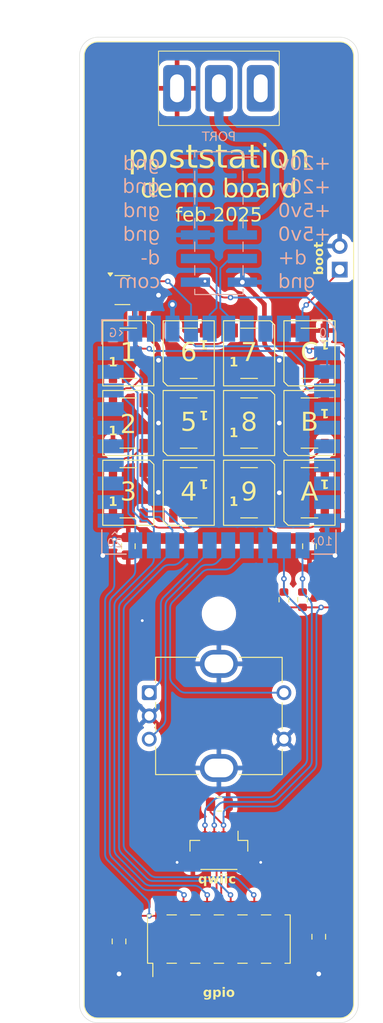
<source format=kicad_pcb>
(kicad_pcb (version 20240108) (generator "pcbnew") (generator_version "8.0")
  (layers (0 "F.Cu" signal) (31 "B.Cu" signal) (34 "B.Paste" user) (35 "F.Paste" user) (36 "B.SilkS" user "B.Silkscreen") (37 "F.SilkS" user "F.Silkscreen") (38 "B.Mask" user) (39 "F.Mask" user) (44 "Edge.Cuts" user))
  (net 0 "")
  (net 2 "VBUS")
  (net 3 "GND")
  (net 4 "/DP")
  (net 5 "/COMMON")
  (net 6 "+5V")
  (net 8 "/DN")
  (net 9 "+3.3V")
  (net 10 "/+5v0-switched")
  (net 11 "/G03")
  (net 12 "Net-(D1-DOUT)")
  (net 13 "/smartled-5v")
  (net 14 "/G07")
  (net 15 "Net-(D2-DOUT)")
  (net 16 "Net-(D3-DOUT)")
  (net 17 "/G26")
  (net 18 "/G29")
  (net 19 "/G22")
  (net 20 "/G20")
  (net 21 "/G27")
  (net 22 "/G28")
  (net 23 "/SWDIO")
  (net 24 "/BOOTSEL")
  (net 25 "/nRESET")
  (net 26 "/SWCLK")
  (net 27 "/G23")
  (net 28 "/G25")
  (net 29 "/G24")
  (net 30 "Net-(D4-DOUT)")
  (net 31 "Net-(D5-DOUT)")
  (net 32 "Net-(D6-DOUT)")
  (net 33 "Net-(D7-DOUT)")
  (net 34 "Net-(D8-DOUT)")
  (net 35 "Net-(D10-DIN)")
  (net 36 "Net-(D10-DOUT)")
  (net 37 "Net-(D11-DOUT)")
  (net 39 "/SDA")
  (net 40 "/SCL")
  (net 41 "/smartled-3v")
  (net 42 "/rotary-a")
  (net 43 "/rotary-switch")
  (net 44 "/rotary-b")
  (footprint "Resistor_SMD:R_0603_1608Metric" (layer "F.Cu") (at 142 111.5 90)
    (property "Reference" "R2" (hide yes))
    (property "Value" "10k")
  )
  (footprint "LED_SMD:LED_WS2812B_PLCC4_5.0x5.0mm_P3.2mm" (layer "F.Cu") (at 138.25 92.5 90)
    (property "Reference" "D8" (hide yes))
    (property "Value" "WS2812B")
  )
  (footprint "MountingHole:MountingHole_3.2mm_M3" (layer "F.Cu") (at 135 113)
    (property "Reference" "H1" (hide yes))
    (property "Value" "MountingHole")
  )
  (footprint "Resistor_SMD:R_0603_1608Metric" (layer "F.Cu") (at 144 111.5 90)
    (property "Reference" "R1" (hide yes))
    (property "Value" "10k")
  )
  (footprint "Capacitor_SMD:C_0805_2012Metric" (layer "F.Cu") (at 144.75 105.75 -90)
    (property "Reference" "C1" (hide yes))
    (property "Value" "C")
  )
  (footprint "LED_SMD:LED_WS2812B_PLCC4_5.0x5.0mm_P3.2mm" (layer "F.Cu") (at 125.25 100 90)
    (property "Reference" "D3" (hide yes))
    (property "Value" "WS2812B")
  )
  (footprint "LED_SMD:LED_WS2812B_PLCC4_5.0x5.0mm_P3.2mm" (layer "F.Cu") (at 138.25 85 90)
    (property "Reference" "D7" (hide yes))
    (property "Value" "WS2812B")
  )
  (footprint "Connector_PinHeader_2.54mm:PinHeader_1x02_P2.54mm_Vertical" (layer "F.Cu") (at 148 76 180)
    (property "Reference" "J5" (hide yes))
    (property "Value" "Conn_01x02")
  )
  (footprint "Rotary_Encoder:RotaryEncoder_Bourns_Vertical_PEC12R-3x17F-Sxxxx" (layer "F.Cu") (at 127.5 121.5)
    (property "Reference" "SW1" (hide yes))
    (property "Value" "RotaryEncoder_Switch")
  )
  (footprint "LED_SMD:LED_WS2812B_PLCC4_5.0x5.0mm_P3.2mm" (layer "F.Cu") (at 144.75 85 -90)
    (property "Reference" "D12" (hide yes))
    (property "Value" "WS2812B")
  )
  (footprint "Capacitor_SMD:C_0805_2012Metric" (layer "F.Cu") (at 125.25 105.75 -90)
    (property "Reference" "C4" (hide yes))
    (property "Value" "C")
  )
  (footprint "Capacitor_SMD:C_0805_2012Metric" (layer "F.Cu") (at 145.75 147.75 90)
    (property "Reference" "C3" (hide yes))
    (property "Value" "C")
  )
  (footprint "LED_SMD:LED_WS2812B_PLCC4_5.0x5.0mm_P3.2mm" (layer "F.Cu") (at 125.25 92.5 90)
    (property "Reference" "D2" (hide yes))
    (property "Value" "WS2812B")
  )
  (footprint "Capacitor_SMD:C_0805_2012Metric" (layer "F.Cu") (at 124.25 148.25 -90)
    (property "Reference" "C2" (hide yes))
    (property "Value" "C")
  )
  (footprint "Connector_JST:JST_SH_BM04B-SRSS-TB_1x04-1MP_P1.00mm_Vertical" (layer "F.Cu") (at 135 138.5 180)
    (property "Reference" "J2" (hide yes))
    (property "Value" "Conn_01x04_MountingPin")
  )
  (footprint "LED_SMD:LED_WS2812B_PLCC4_5.0x5.0mm_P3.2mm" (layer "F.Cu") (at 131.75 92.5 -90)
    (property "Reference" "D5" (hide yes))
    (property "Value" "WS2812B")
  )
  (footprint "demo-card:panel-switch" (layer "F.Cu") (at 135 56.5)
    (property "Reference" "J4" (hide yes))
    (property "Value" "Conn_01x03")
  )
  (footprint "Capacitor_SMD:C_0805_2012Metric" (layer "F.Cu") (at 135.05 133.5)
    (property "Reference" "C5" (hide yes))
    (property "Value" "C")
  )
  (footprint "LED_SMD:LED_WS2812B_PLCC4_5.0x5.0mm_P3.2mm" (layer "F.Cu") (at 131.75 85 -90)
    (property "Reference" "D6" (hide yes))
    (property "Value" "WS2812B")
  )
  (footprint "LED_SMD:LED_WS2812B_PLCC4_5.0x5.0mm_P3.2mm" (layer "F.Cu") (at 144.75 92.5 -90)
    (property "Reference" "D11" (hide yes))
    (property "Value" "WS2812B")
  )
  (footprint "LED_SMD:LED_WS2812B_PLCC4_5.0x5.0mm_P3.2mm" (layer "F.Cu") (at 144.75 100 -90)
    (property "Reference" "D10" (hide yes))
    (property "Value" "WS2812B")
  )
  (footprint "Connector_PinHeader_2.54mm:PinHeader_2x06_P2.54mm_Vertical_SMD" (layer "F.Cu") (at 135 148 90)
    (property "Reference" "J3" (hide yes))
    (property "Value" "Conn_02x06_Odd_Even")
  )
  (footprint "LED_SMD:LED_WS2812B_PLCC4_5.0x5.0mm_P3.2mm" (layer "F.Cu") (at 138.25 100 90)
    (property "Reference" "D9" (hide yes))
    (property "Value" "WS2812B")
  )
  (footprint "LED_SMD:LED_WS2812B_PLCC4_5.0x5.0mm_P3.2mm" (layer "F.Cu") (at 125.25 85 90)
    (property "Reference" "D1" (hide yes))
    (property "Value" "WS2812B")
  )
  (footprint "LED_SMD:LED_WS2812B_PLCC4_5.0x5.0mm_P3.2mm" (layer "F.Cu") (at 131.75 100 -90)
    (property "Reference" "D4" (hide yes))
    (property "Value" "WS2812B")
  )
  (footprint "Package_TO_SOT_SMD:SOT-23-6" (layer "F.Cu") (at 124.6125 78.2)
    (property "Reference" "U2" (hide yes))
    (property "Value" "SN74LVC1T45DBV")
  )
  (footprint "RP2xxx_Stamp:RP2xxx_Stamp_SMD" (layer "B.Cu") (at 135 94 180)
    (property "Reference" "U1" (hide yes))
    (property "Value" "RP2040_Stamp")
  )
  (footprint "Connector_PinHeader_2.54mm:PinHeader_2x06_P2.54mm_Vertical_SMD" (layer "B.Cu") (at 135 71 180)
    (property "Reference" "J1" (hide yes))
    (property "Value" "Conn_02x06_Odd_Even")
  )
  (gr_line (start 148 156.5) (end 122 156.5) (stroke (width 0.1)) (layer "F.SilkS"))
  (gr_arc (start 120.5 53) (mid 120.93934 51.93934) (end 122 51.5) (stroke (width 0.1)) (layer "F.SilkS"))
  (gr_arc (start 148 51.5) (mid 149.06066 51.93934) (end 149.5 53) (stroke (width 0.1)) (layer "F.SilkS"))
  (gr_line (start 149.5 155) (end 149.5 53) (stroke (width 0.1)) (layer "F.SilkS"))
  (gr_line (start 122 51.5) (end 148 51.5) (stroke (width 0.1)) (layer "F.SilkS"))
  (gr_line (start 120.5 155) (end 120.5 53) (stroke (width 0.1)) (layer "F.SilkS"))
  (gr_arc (start 149.5 155) (mid 149.06066 156.06066) (end 148 156.5) (stroke (width 0.1)) (layer "F.SilkS"))
  (gr_arc (start 122 156.5) (mid 120.93934 156.06066) (end 120.5 155) (stroke (width 0.1)) (layer "F.SilkS"))
  (gr_arc (start 120 53) (mid 120.585786 51.585786) (end 122 51) (stroke (width 0.05)) (layer "Edge.Cuts"))
  (gr_arc (start 148 51) (mid 149.414214 51.585786) (end 150 53) (stroke (width 0.05)) (layer "Edge.Cuts"))
  (gr_line (start 120 155) (end 120 53) (stroke (width 0.05)) (layer "Edge.Cuts"))
  (gr_line (start 150 53) (end 150 155) (stroke (width 0.05)) (layer "Edge.Cuts"))
  (gr_line (start 148 157) (end 122 157) (stroke (width 0.05)) (layer "Edge.Cuts"))
  (gr_line (start 122 51) (end 148 51) (stroke (width 0.05)) (layer "Edge.Cuts"))
  (gr_arc (start 122 157) (mid 120.585786 156.414214) (end 120 155) (stroke (width 0.05)) (layer "Edge.Cuts"))
  (gr_arc (start 150 155) (mid 149.414214 156.414214) (end 148 157) (stroke (width 0.05)) (layer "Edge.Cuts"))
  (gr_text "gnd" (at 141.365 77.35 0) (layer "B.SilkS") (effects (font (size 1.5 1.5) (thickness 0.1)) (justify right mirror)))
  (gr_text "+5v0" (at 141.365 69.73 0) (layer "B.SilkS") (effects (font (size 1.5 1.5) (thickness 0.1)) (justify right mirror)))
  (gr_text "+20v" (at 141.365 64.65 0) (layer "B.SilkS") (effects (font (size 1.5 1.5) (thickness 0.1)) (justify right mirror)))
  (gr_text "d+" (at 141.365 74.81 0) (layer "B.SilkS") (effects (font (size 1.5 1.5) (thickness 0.1)) (justify right mirror)))
  (gr_text "gnd" (at 128.665 64.65 0) (layer "B.SilkS") (effects (font (size 1.5 1.5) (thickness 0.1)) (justify left mirror)))
  (gr_text "PORT" (at 135 61.75 0) (layer "B.SilkS") (effects (font (size 1 1) (thickness 0.1)) (justify mirror)))
  (gr_text "+20v" (at 141.365 67.19 0) (layer "B.SilkS") (effects (font (size 1.5 1.5) (thickness 0.1)) (justify right mirror)))
  (gr_text "gnd" (at 128.617565 67.123347 0) (layer "B.SilkS") (effects (font (size 1.5 1.5) (thickness 0.1)) (justify left mirror)))
  (gr_text "d-" (at 128.665 74.81 0) (layer "B.SilkS") (effects (font (size 1.5 1.5) (thickness 0.1)) (justify left mirror)))
  (gr_text "+5v0" (at 141.365 72.27 0) (layer "B.SilkS") (effects (font (size 1.5 1.5) (thickness 0.1)) (justify right mirror)))
  (gr_text "com" (at 128.665 77.35 0) (layer "B.SilkS") (effects (font (size 1.5 1.5) (thickness 0.1)) (justify left mirror)))
  (gr_text "gnd" (at 128.665 72.27 0) (layer "B.SilkS") (effects (font (size 1.5 1.5) (thickness 0.1)) (justify left mirror)))
  (gr_text "gnd" (at 128.665 69.73 0) (layer "B.SilkS") (effects (font (size 1.5 1.5) (thickness 0.1)) (justify left mirror)))
  (gr_text "1" (at 146.4 91.4 180) (layer "F.SilkS") (effects (font (size 1 1) (thickness 0.25) (bold yes))))
  (gr_text "9" (at 138.25 100 0) (layer "F.SilkS") (effects (font (size 2 2) (thickness 0.1))))
  (gr_text "1" (at 133.4 84 180) (layer "F.SilkS") (effects (font (size 1 1) (thickness 0.25) (bold yes))))
  (gr_text "demo board" (at 135 67.4 0) (layer "F.SilkS") (effects (font (size 2 2) (thickness 0.1))))
  (gr_text "C" (at 144.75 85 0) (layer "F.SilkS") (effects (font (size 2 2) (thickness 0.1))))
  (gr_text "1" (at 136.6 86 0) (layer "F.SilkS") (effects (font (size 1 1) (thickness 0.25) (bold yes))))
  (gr_text "gpio" (at 135 153.8 0) (layer "F.SilkS") (effects (font (size 1 1) (thickness 0.25) (bold yes))))
  (gr_text "A" (at 144.75 100 0) (layer "F.SilkS") (effects (font (size 2 2) (thickness 0.1))))
  (gr_text "1" (at 125.25 85 0) (layer "F.SilkS") (effects (font (size 2 2) (thickness 0.1))))
  (gr_text "8" (at 138.25 92.5 0) (layer "F.SilkS") (effects (font (size 2 2) (thickness 0.1))))
  (gr_text "5" (at 131.75 92.5 0) (layer "F.SilkS") (effects (font (size 2 2) (thickness 0.1))))
  (gr_text "1" (at 136.6 101 0) (layer "F.SilkS") (effects (font (size 1 1) (thickness 0.25) (bold yes))))
  (gr_text "4" (at 131.75 100 0) (layer "F.SilkS") (effects (font (size 2 2) (thickness 0.1))))
  (gr_text "feb 2025" (at 135 70.2 0) (layer "F.SilkS") (effects (font (size 1.5 1.5) (thickness 0.1))))
  (gr_text "B" (at 144.75 92.5 0) (layer "F.SilkS") (effects (font (size 2 2) (thickness 0.1))))
  (gr_text "7" (at 138.25 85 0) (layer "F.SilkS") (effects (font (size 2 2) (thickness 0.1))))
  (gr_text "1" (at 146.4 84 180) (layer "F.SilkS") (effects (font (size 1 1) (thickness 0.25) (bold yes))))
  (gr_text "1" (at 133.4 91.6 180) (layer "F.SilkS") (effects (font (size 1 1) (thickness 0.25) (bold yes))))
  (gr_text "poststation" (at 135 64 0) (layer "F.SilkS") (effects (font (size 2.5 2.5) (thickness 0.1))))
  (gr_text "1" (at 146.4 99 180) (layer "F.SilkS") (effects (font (size 1 1) (thickness 0.25) (bold yes))))
  (gr_text "qwiic" (at 134.8 141.6 0) (layer "F.SilkS") (effects (font (size 1 1) (thickness 0.25) (bold yes))))
  (gr_text "3" (at 125.25 100 0) (layer "F.SilkS") (effects (font (size 2 2) (thickness 0.1))))
  (gr_text "boot" (at 145.8 74.8 90) (layer "F.SilkS") (effects (font (size 1 1) (thickness 0.25) (bold yes))))
  (gr_text "1" (at 123.6 101 0) (layer "F.SilkS") (effects (font (size 1 1) (thickness 0.25) (bold yes))))
  (gr_text "1" (at 136.6 93.6 0) (layer "F.SilkS") (effects (font (size 1 1) (thickness 0.25) (bold yes))))
  (gr_text "1" (at 133.4 99 180) (layer "F.SilkS") (effects (font (size 1 1) (thickness 0.25) (bold yes))))
  (gr_text "6" (at 131.75 85 0) (layer "F.SilkS") (effects (font (size 2 2) (thickness 0.1))))
  (gr_text "2" (at 125.25 92.75 0) (layer "F.SilkS") (effects (font (size 2 2) (thickness 0.1))))
  (gr_text "1" (at 123.6 86 0) (layer "F.SilkS") (effects (font (size 1 1) (thickness 0.25) (bold yes))))
  (gr_text "1" (at 123.6 93.4 0) (layer "F.SilkS") (effects (font (size 1 1) (thickness 0.25) (bold yes))))
  (segment (start 137.525 64.65) (end 137.525 67.19) (width 0.2) (layer "B.Cu") (net 2))
  (segment (start 128.5 85.75) (end 130.1 87.35) (width 0.5) (layer "F.Cu") (net 3))
  (segment (start 143.1 87.35) (end 143.1 87.45) (width 0.5) (layer "F.Cu") (net 3))
  (segment (start 139.9 98.4) (end 141.5 100) (width 0.5) (layer "F.Cu") (net 3))
  (segment (start 139.9 97.55) (end 139.9 98.4) (width 0.5) (layer "F.Cu") (net 3))
  (segment (start 130.1 94.95) (end 130.1 94.1) (width 0.5) (layer "F.Cu") (net 3))
  (segment (start 123.475 78.2) (end 125.75 78.2) (width 0.2) (layer "F.Cu") (net 3))
  (segment (start 126.9 98.362748) (end 128.494269 99.957017) (width 0.5) (layer "F.Cu") (net 3))
  (segment (start 125.75 78.2) (end 127.95 78.2) (width 0.2) (layer "F.Cu") (net 3))
  (segment (start 126.9 97.55) (end 126.9 98.362748) (width 0.5) (layer "F.Cu") (net 3))
  (segment (start 128.207107 83.957107) (end 126.9 82.65) (width 0.5) (layer "F.Cu") (net 3))
  (segment (start 126.9 90.05) (end 126.9 90.9) (width 0.5) (layer "F.Cu") (net 3))
  (segment (start 143.1 101.6) (end 141.5 100) (width 0.5) (layer "F.Cu") (net 3))
  (segment (start 126.9 90.9) (end 128.5 92.5) (width 0.5) (layer "F.Cu") (net 3))
  (segment (start 143.1 94.1) (end 141.5 92.5) (width 0.5) (layer "F.Cu") (net 3))
  (segment (start 127.192893 80.057107) (end 128.5 78.75) (width 0.5) (layer "F.Cu") (net 3))
  (segment (start 139.9 79.725) (end 137.525 77.35) (width 0.5) (layer "F.Cu") (net 3))
  (segment (start 139.9 90.9) (end 141.5 92.5) (width 0.5) (layer "F.Cu") (net 3))
  (segment (start 126.9 82.65) (end 126.9 82.55) (width 0.5) (layer "F.Cu") (net 3))
  (segment (start 130.1 94.1) (end 128.5 92.5) (width 0.5) (layer "F.Cu") (net 3))
  (segment (start 141.5 85.75) (end 143.1 87.35) (width 0.5) (layer "F.Cu") (net 3))
  (segment (start 143.1 94.95) (end 143.1 94.1) (width 0.5) (layer "F.Cu") (net 3))
  (segment (start 126.9 82.55) (end 126.9 80.764214) (width 0.5) (layer "F.Cu") (net 3))
  (segment (start 141.5 85.75) (end 140.192893 84.442893) (width 0.5) (layer "F.Cu") (net 3))
  (segment (start 139.9 82.55) (end 139.9 79.725) (width 0.5) (layer "F.Cu") (net 3))
  (segment (start 139.9 83.735786) (end 139.9 82.55) (width 0.5) (layer "F.Cu") (net 3))
  (segment (start 128.5 85.75) (end 128.5 84.664214) (width 0.5) (layer "F.Cu") (net 3))
  (segment (start 130.1 101.562748) (end 128.494269 99.957017) (width 0.5) (layer "F.Cu") (net 3))
  (segment (start 139.9 90.05) (end 139.9 90.9) (width 0.5) (layer "F.Cu") (net 3))
  (segment (start 143.1 102.45) (end 143.1 101.6) (width 0.5) (layer "F.Cu") (net 3))
  (segment (start 130.1 102.45) (end 130.1 101.562748) (width 0.5) (layer "F.Cu") (net 3))
  (segment (start 130.1 87.35) (end 130.1 87.45) (width 0.5) (layer "F.Cu") (net 3))
  (segment (start 127.95 78.2) (end 128.5 78.75) (width 0.2) (layer "F.Cu") (net 3))
  (via (at 147.5 106.75) (size 1) (drill 0.5) (layers "F.Cu" "B.Cu") (net 3))
  (via (at 141.5 92.5) (size 1) (drill 0.5) (layers "F.Cu" "B.Cu") (net 3))
  (via (at 128.5 78.75) (size 1) (drill 0.5) (layers "F.Cu" "B.Cu") (net 3))
  (via (at 141.5 85.75) (size 1) (drill 0.5) (layers "F.Cu" "B.Cu") (net 3))
  (via (at 128.5 92.5) (size 1) (drill 0.5) (layers "F.Cu" "B.Cu") (net 3))
  (via (at 122.5 106.75) (size 1) (drill 0.5) (layers "F.Cu" "B.Cu") (net 3))
  (via (at 128.494269 99.957017) (size 1) (drill 0.5) (layers "F.Cu" "B.Cu") (net 3))
  (via (at 130.5 139.75) (size 0.6) (drill 0.3) (layers "F.Cu" "B.Cu") (net 3))
  (via (at 137.525 77.35) (size 1) (drill 0.5) (layers "F.Cu" "B.Cu") (net 3))
  (via (at 128.5 85.75) (size 1) (drill 0.5) (layers "F.Cu" "B.Cu") (net 3))
  (via (at 145.75 151.75) (size 1) (drill 0.5) (layers "F.Cu" "B.Cu") (net 3))
  (via (at 141.5 100) (size 1) (drill 0.5) (layers "F.Cu" "B.Cu") (net 3))
  (via (at 126.75 113.75) (size 0.6) (drill 0.3) (layers "F.Cu" "B.Cu") (net 3))
  (via (at 124.25 151.75) (size 1) (drill 0.5) (layers "F.Cu" "B.Cu") (net 3))
  (via (at 139.5 139.75) (size 0.6) (drill 0.3) (layers "F.Cu" "B.Cu") (net 3))
  (arc (start 126.9 80.764214) (mid 126.97612 80.381531) (end 127.192893 80.057107) (width 0.5) (layer "F.Cu") (net 3))
  (arc (start 128.207107 83.957107) (mid 128.42388 84.28153) (end 128.5 84.664214) (width 0.5) (layer "F.Cu") (net 3))
  (arc (start 139.9 83.735786) (mid 139.97612 84.118469) (end 140.192893 84.442893) (width 0.5) (layer "F.Cu") (net 3))
  (segment (start 136.19 74.81) (end 135.15 75.85) (width 0.2) (layer "B.Cu") (net 4))
  (segment (start 136 81) (end 136 82.35) (width 0.2) (layer "B.Cu") (net 4))
  (segment (start 135.15 80.15) (end 136 81) (width 0.2) (layer "B.Cu") (net 4))
  (segment (start 135.15 75.85) (end 135.15 80.15) (width 0.2) (layer "B.Cu") (net 4))
  (segment (start 137.525 74.81) (end 136.19 74.81) (width 0.2) (layer "B.Cu") (net 4))
  (segment (start 135.664214 79) (end 136.25 79) (width 0.2) (layer "F.Cu") (net 5))
  (segment (start 133.5 77.25) (end 134.957107 78.707107) (width 0.2) (layer "F.Cu") (net 5))
  (via (at 133.5 77.25) (size 0.6) (drill 0.3) (layers "F.Cu" "B.Cu") (net 5))
  (via (at 136.25 79) (size 0.6) (drill 0.3) (layers "F.Cu" "B.Cu") (net 5))
  (arc (start 135.664214 79) (mid 135.281531 78.92388) (end 134.957107 78.707107) (width 0.2) (layer "F.Cu") (net 5))
  (segment (start 144.5 79) (end 146.65 81.15) (width 0.2) (layer "B.Cu") (net 5))
  (segment (start 133.4 77.35) (end 133.5 77.25) (width 0.2) (layer "B.Cu") (net 5))
  (segment (start 136.25 79) (end 144.5 79) (width 0.2) (layer "B.Cu") (net 5))
  (segment (start 132.475 77.35) (end 133.4 77.35) (width 0.2) (layer "B.Cu") (net 5))
  (segment (start 146.65 81.15) (end 146.65 85) (width 0.2) (layer "B.Cu") (net 5))
  (segment (start 146.65 85) (end 146.65 87) (width 0.2) (layer "B.Cu") (net 5))
  (segment (start 139.812893 69.437107) (end 140.707107 68.542893) (width 1) (layer "B.Cu") (net 6))
  (segment (start 137.525 72.27) (end 137.525 69.73) (width 1) (layer "B.Cu") (net 6))
  (segment (start 140.707107 62.957107) (end 139.792893 62.042893) (width 1) (layer "B.Cu") (net 6))
  (segment (start 139.085786 61.75) (end 136.914214 61.75) (width 1) (layer "B.Cu") (net 6))
  (segment (start 141 67.835786) (end 141 63.664214) (width 1) (layer "B.Cu") (net 6))
  (segment (start 137.525 69.73) (end 139.105786 69.73) (width 1) (layer "B.Cu") (net 6))
  (segment (start 135 59.835786) (end 135 56.5) (width 1) (layer "B.Cu") (net 6))
  (segment (start 136.207107 61.457107) (end 135.292893 60.542893) (width 1) (layer "B.Cu") (net 6))
  (arc (start 139.085786 61.75) (mid 139.468469 61.82612) (end 139.792893 62.042893) (width 1) (layer "B.Cu") (net 6))
  (arc (start 141 67.835786) (mid 140.92388 68.218469) (end 140.707107 68.542893) (width 1) (layer "B.Cu") (net 6))
  (arc (start 136.914214 61.75) (mid 136.531531 61.67388) (end 136.207107 61.457107) (width 1) (layer "B.Cu") (net 6))
  (arc (start 135.292893 60.542893) (mid 135.07612 60.21847) (end 135 59.835786) (width 1) (layer "B.Cu") (net 6))
  (arc (start 141 63.664214) (mid 140.92388 63.281531) (end 140.707107 62.957107) (width 1) (layer "B.Cu") (net 6))
  (arc (start 139.105786 69.73) (mid 139.488469 69.65388) (end 139.812893 69.437107) (width 1) (layer "B.Cu") (net 6))
  (segment (start 134 80.875) (end 134.75 80.125) (width 0.2) (layer "B.Cu") (net 8))
  (segment (start 134.75 80.125) (end 134.75 75.75) (width 0.2) (layer "B.Cu") (net 8))
  (segment (start 133.81 74.81) (end 132.475 74.81) (width 0.2) (layer "B.Cu") (net 8))
  (segment (start 134.75 75.75) (end 133.81 74.81) (width 0.2) (layer "B.Cu") (net 8))
  (segment (start 134 82.35) (end 134 80.875) (width 0.2) (layer "B.Cu") (net 8))
  (segment (start 148.75 110.835786) (end 148.75 109.75) (width 0.2) (layer "F.Cu") (net 9))
  (segment (start 144 112.325) (end 147.260786 112.325) (width 0.2) (layer "F.Cu") (net 9))
  (segment (start 135.5 135.75) (end 134.1 134.35) (width 0.2) (layer "F.Cu") (net 9))
  (segment (start 129.5 77.25) (end 125.75 77.25) (width 0.2) (layer "F.Cu") (net 9))
  (segment (start 145 84.5) (end 147.335786 84.5) (width 0.2) (layer "F.Cu") (net 9))
  (segment (start 148.75 85.914214) (end 148.75 109.75) (width 0.2) (layer "F.Cu") (net 9))
  (segment (start 148.75 123) (end 148.75 109.75) (width 0.2) (layer "F.Cu") (net 9))
  (segment (start 147.967893 112.032107) (end 148.457107 111.542893) (width 0.2) (layer "F.Cu") (net 9))
  (segment (start 146 112.325) (end 144 112.325) (width 0.2) (layer "F.Cu") (net 9))
  (segment (start 148.092893 148.407107) (end 148.457107 148.042893) (width 0.2) (layer "F.Cu") (net 9))
  (segment (start 143.060786 150.525) (end 141.35 150.525) (width 0.2) (layer "F.Cu") (net 9))
  (segment (start 148.75 147.335786) (end 148.75 123) (width 0.2) (layer "F.Cu") (net 9))
  (segment (start 148.042893 84.792893) (end 148.457107 85.207107) (width 0.2) (layer "F.Cu") (net 9))
  (segment (start 145.75 148.7) (end 147.385786 148.7) (width 0.2) (layer "F.Cu") (net 9))
  (segment (start 142 112.325) (end 144 112.325) (width 0.2) (layer "F.Cu") (net 9))
  (segment (start 145.75 148.7) (end 145.3 148.7) (width 0.2) (layer "F.Cu") (net 9))
  (segment (start 145.3 148.7) (end 143.767893 150.232107) (width 0.2) (layer "F.Cu") (net 9))
  (segment (start 135.5 135.75) (end 135.5 137.175) (width 0.2) (layer "F.Cu") (net 9))
  (segment (start 144.75 84.75) (end 145 84.5) (width 0.2) (layer "F.Cu") (net 9))
  (segment (start 134.1 134.35) (end 134.1 133.5) (width 0.2) (layer "F.Cu") (net 9))
  (via (at 146 112.325) (size 0.6) (drill 0.3) (layers "F.Cu" "B.Cu") (net 9))
  (via (at 135.5 135.75) (size 0.6) (drill 0.3) (layers "F.Cu" "B.Cu") (net 9))
  (via (at 129.5 77.25) (size 0.6) (drill 0.3) (layers "F.Cu" "B.Cu") (net 9))
  (via (at 144.75 84.75) (size 0.6) (drill 0.3) (layers "F.Cu" "B.Cu") (net 9))
  (arc (start 147.335786 84.5) (mid 147.71847 84.57612) (end 148.042893 84.792893) (width 0.2) (layer "F.Cu") (net 9))
  (arc (start 148.457107 111.542893) (mid 148.67388 111.21847) (end 148.75 110.835786) (width 0.2) (layer "F.Cu") (net 9))
  (arc (start 148.75 147.335786) (mid 148.67388 147.718469) (end 148.457107 148.042893) (width 0.2) (layer "F.Cu") (net 9))
  (arc (start 147.385786 148.7) (mid 147.768469 148.62388) (end 148.092893 148.407107) (width 0.2) (layer "F.Cu") (net 9))
  (arc (start 143.767893 150.232107) (mid 143.44347 150.44888) (end 143.060786 150.525) (width 0.2) (layer "F.Cu") (net 9))
  (arc (start 147.967893 112.032107) (mid 147.64347 112.24888) (end 147.260786 112.325) (width 0.2) (layer "F.Cu") (net 9))
  (arc (start 148.457107 85.207107) (mid 148.67388 85.53153) (end 148.75 85.914214) (width 0.2) (layer "F.Cu") (net 9))
  (segment (start 132.5 84.25) (end 132 83.75) (width 0.2) (layer "B.Cu") (net 9))
  (segment (start 145.5 113.239214) (end 145.5 129.085786) (width 0.2) (layer "B.Cu") (net 9))
  (segment (start 144.25 84.25) (end 132.5 84.25) (width 0.2) (layer "B.Cu") (net 9))
  (segment (start 132 79.75) (end 131 78.75) (width 0.2) (layer "B.Cu") (net 9))
  (segment (start 132 83.75) (end 132 82.35) (width 0.2) (layer "B.Cu") (net 9))
  (segment (start 131 78.75) (end 129.5 77.25) (width 0.2) (layer "B.Cu") (net 9))
  (segment (start 140.835786 133.75) (end 136.207107 133.75) (width 0.2) (layer "B.Cu") (net 9))
  (segment (start 135.5 134.457107) (end 135.5 135.75) (width 0.2) (layer "B.Cu") (net 9))
  (segment (start 135.853553 133.896447) (end 135.646446 134.103554) (width 0.2) (layer "B.Cu") (net 9))
  (segment (start 144.75 84.75) (end 144.25 84.25) (width 0.2) (layer "B.Cu") (net 9))
  (segment (start 145.207107 129.792893) (end 141.542893 133.457107) (width 0.2) (layer "B.Cu") (net 9))
  (segment (start 132 82.35) (end 132 79.75) (width 0.2) (layer "B.Cu") (net 9))
  (segment (start 146 112.325) (end 145.792893 112.532107) (width 0.2) (layer "B.Cu") (net 9))
  (arc (start 135.5 134.457107) (mid 135.53806 134.265766) (end 135.646446 134.103554) (width 0.2) (layer "B.Cu") (net 9))
  (arc (start 145.5 129.085786) (mid 145.42388 129.468469) (end 145.207107 129.792893) (width 0.2) (layer "B.Cu") (net 9))
  (arc (start 141.542893 133.457107) (mid 141.21847 133.67388) (end 140.835786 133.75) (width 0.2) (layer "B.Cu") (net 9))
  (arc (start 135.853553 133.896447) (mid 136.015765 133.78806) (end 136.207107 133.75) (width 0.2) (layer "B.Cu") (net 9))
  (arc (start 145.792893 112.532107) (mid 145.57612 112.85653) (end 145.5 113.239214) (width 0.2) (layer "B.Cu") (net 9))
  (segment (start 128.625 145.5) (end 128.65 145.475) (width 0.2) (layer "F.Cu") (net 10))
  (segment (start 127.5 145.5) (end 126.414214 145.5) (width 0.2) (layer "F.Cu") (net 10))
  (segment (start 125.707107 145.792893) (end 124.25 147.25) (width 0.2) (layer "F.Cu") (net 10))
  (segment (start 127.5 145.5) (end 128.625 145.5) (width 0.2) (layer "F.Cu") (net 10))
  (segment (start 124.25 147.25) (end 124.25 147.3) (width 0.2) (layer "F.Cu") (net 10))
  (via (at 127.5 145.5) (size 0.6) (drill 0.3) (layers "F.Cu" "B.Cu") (net 10))
  (via (at 123.75 105) (size 0.6) (drill 0.3) (layers "F.Cu" "B.Cu") (net 10))
  (via (at 130 79.75) (size 1) (drill 0.5) (layers "F.Cu" "B.Cu") (net 10))
  (arc (start 125.707107 145.792893) (mid 126.03153 145.57612) (end 126.414214 145.5) (width 0.2) (layer "F.Cu") (net 10))
  (segment (start 130 79.75) (end 130 82.35) (width 0.5) (layer "B.Cu") (net 10))
  (segment (start 127.5 144.414214) (end 127.5 145.5) (width 0.2) (layer "B.Cu") (net 10))
  (segment (start 123.75 105) (end 123.75 109.835786) (width 0.2) (layer "B.Cu") (net 10))
  (segment (start 122.75 111.664214) (end 122.75 138.835786) (width 0.2) (layer "B.Cu") (net 10))
  (segment (start 123.042893 139.542893) (end 127.207107 143.707107) (width 0.2) (layer "B.Cu") (net 10))
  (segment (start 123.457107 110.542893) (end 123.042893 110.957107) (width 0.2) (layer "B.Cu") (net 10))
  (arc (start 123.457107 110.542893) (mid 123.67388 110.21847) (end 123.75 109.835786) (width 0.2) (layer "B.Cu") (net 10))
  (arc (start 122.75 138.835786) (mid 122.82612 139.218469) (end 123.042893 139.542893) (width 0.2) (layer "B.Cu") (net 10))
  (arc (start 122.75 111.664214) (mid 122.82612 111.281531) (end 123.042893 110.957107) (width 0.2) (layer "B.Cu") (net 10))
  (arc (start 127.5 144.414214) (mid 127.42388 144.031531) (end 127.207107 143.707107) (width 0.2) (layer "B.Cu") (net 10))
  (segment (start 125.392893 88.75) (end 125.107107 88.75) (width 0.2) (layer "F.Cu") (net 12))
  (segment (start 126.9 87.45) (end 125.746446 88.603554) (width 0.2) (layer "F.Cu") (net 12))
  (segment (start 124.753553 88.896447) (end 123.6 90.05) (width 0.2) (layer "F.Cu") (net 12))
  (arc (start 125.392893 88.75) (mid 125.584234 88.71194) (end 125.746446 88.603554) (width 0.2) (layer "F.Cu") (net 12))
  (arc (start 124.753553 88.896447) (mid 124.915765 88.78806) (end 125.107107 88.75) (width 0.2) (layer "F.Cu") (net 12))
  (segment (start 123.6 82.55) (end 123.6 79.275) (width 0.2) (layer "F.Cu") (net 13))
  (segment (start 123.6 79.275) (end 123.475 79.15) (width 0.2) (layer "F.Cu") (net 13))
  (segment (start 124.753553 96.396447) (end 123.6 97.55) (width 0.2) (layer "F.Cu") (net 15))
  (segment (start 126.9 94.95) (end 125.746446 96.103554) (width 0.2) (layer "F.Cu") (net 15))
  (segment (start 125.392893 96.25) (end 125.107107 96.25) (width 0.2) (layer "F.Cu") (net 15))
  (arc (start 124.753553 96.396447) (mid 124.915765 96.28806) (end 125.107107 96.25) (width 0.2) (layer "F.Cu") (net 15))
  (arc (start 125.392893 96.25) (mid 125.584234 96.21194) (end 125.746446 96.103554) (width 0.2) (layer "F.Cu") (net 15))
  (segment (start 126.9 102.45) (end 127.907107 103.457107) (width 0.2) (layer "F.Cu") (net 16))
  (segment (start 132.392893 103.457107) (end 133.4 102.45) (width 0.2) (layer "F.Cu") (net 16))
  (segment (start 128.614214 103.75) (end 131.685786 103.75) (width 0.2) (layer "F.Cu") (net 16))
  (arc (start 128.614214 103.75) (mid 128.231531 103.67388) (end 127.907107 103.457107) (width 0.2) (layer "F.Cu") (net 16))
  (arc (start 131.685786 103.75) (mid 132.068469 103.67388) (end 132.392893 103.457107) (width 0.2) (layer "F.Cu") (net 16))
  (segment (start 131.19 143.31) (end 131.19 145.475) (width 0.2) (layer "F.Cu") (net 17))
  (segment (start 131.25 143.25) (end 131.19 143.31) (width 0.2) (layer "F.Cu") (net 17))
  (via (at 131.25 143.25) (size 0.6) (drill 0.3) (layers "F.Cu" "B.Cu") (net 17))
  (segment (start 125.25 102.25) (end 126 103) (width 0.2) (layer "B.Cu") (net 17))
  (segment (start 125.25 91.75) (end 125.25 102.25) (width 0.2) (layer "B.Cu") (net 17))
  (segment (start 123.542893 139.292893) (end 126.707107 142.457107) (width 0.2) (layer "B.Cu") (net 17))
  (segment (start 123.25 111.914214) (end 123.25 138.585786) (width 0.2) (layer "B.Cu") (net 17))
  (segment (start 123.35 91) (end 124.5 91) (width 0.2) (layer "B.Cu") (net 17))
  (segment (start 125.707107 109.042893) (end 123.542893 111.207107) (width 0.2) (layer "B.Cu") (net 17))
  (segment (start 127.414214 142.75) (end 130.335786 142.75) (width 0.2) (layer "B.Cu") (net 17))
  (segment (start 126 103) (end 126 105.65) (width 0.2) (layer "B.Cu") (net 17))
  (segment (start 126 105.65) (end 126 108.335786) (width 0.2) (layer "B.Cu") (net 17))
  (segment (start 131.042893 143.042893) (end 131.25 143.25) (width 0.2) (layer "B.Cu") (net 17))
  (segment (start 124.5 91) (end 125.25 91.75) (width 0.2) (layer "B.Cu") (net 17))
  (arc (start 126 108.335786) (mid 125.92388 108.718469) (end 125.707107 109.042893) (width 0.2) (layer "B.Cu") (net 17))
  (arc (start 123.542893 111.207107) (mid 123.32612 111.53153) (end 123.25 111.914214) (width 0.2) (layer "B.Cu") (net 17))
  (arc (start 123.542893 139.292893) (mid 123.32612 138.96847) (end 123.25 138.585786) (width 0.2) (layer "B.Cu") (net 17))
  (arc (start 131.042893 143.042893) (mid 130.71847 142.82612) (end 130.335786 142.75) (width 0.2) (layer "B.Cu") (net 17))
  (arc (start 126.707107 142.457107) (mid 127.03153 142.67388) (end 127.414214 142.75) (width 0.2) (layer "B.Cu") (net 17))
  (segment (start 138.75 143.25) (end 138.81 143.31) (width 0.2) (layer "F.Cu") (net 18))
  (segment (start 138.81 143.31) (end 138.81 145.475) (width 0.2) (layer "F.Cu") (net 18))
  (via (at 138.75 143.25) (size 0.6) (drill 0.3) (layers "F.Cu" "B.Cu") (net 18))
  (segment (start 132 104.75) (end 132 105.65) (width 0.2) (layer "B.Cu") (net 18))
  (segment (start 123.35 85) (end 124 85) (width 0.2) (layer "B.Cu") (net 18))
  (segment (start 126.75 101.5) (end 127.25 102) (width 0.2) (layer "B.Cu") (net 18))
  (segment (start 129.25 102) (end 132 104.75) (width 0.2) (layer "B.Cu") (net 18))
  (segment (start 126.75 87.75) (end 126.75 101.5) (width 0.2) (layer "B.Cu") (net 18))
  (segment (start 132 105.65) (end 132 106.25) (width 0.2) (layer "B.Cu") (net 18))
  (segment (start 127.25 102) (end 129.25 102) (width 0.2) (layer "B.Cu") (net 18))
  (segment (start 128.264214 141.35) (end 136.435786 141.35) (width 0.2) (layer "B.Cu") (net 18))
  (segment (start 137.142893 141.642893) (end 138.75 143.25) (width 0.2) (layer "B.Cu") (net 18))
  (segment (start 124.75 112.664214) (end 124.75 137.835786) (width 0.2) (layer "B.Cu") (net 18))
  (segment (start 132 106.25) (end 130.792893 107.457107) (width 0.2) (layer "B.Cu") (net 18))
  (segment (start 130.085786 107.75) (end 129.664214 107.75) (width 0.2) (layer "B.Cu") (net 18))
  (segment (start 124 85) (end 126.75 87.75) (width 0.2) (layer "B.Cu") (net 18))
  (segment (start 128.957107 108.042893) (end 125.042893 111.957107) (width 0.2) (layer "B.Cu") (net 18))
  (segment (start 125.042893 138.542893) (end 127.557107 141.057107) (width 0.2) (layer "B.Cu") (net 18))
  (arc (start 124.75 137.835786) (mid 124.82612 138.218469) (end 125.042893 138.542893) (width 0.2) (layer "B.Cu") (net 18))
  (arc (start 130.085786 107.75) (mid 130.468469 107.67388) (end 130.792893 107.457107) (width 0.2) (layer "B.Cu") (net 18))
  (arc (start 128.264214 141.35) (mid 127.881531 141.27388) (end 127.557107 141.057107) (width 0.2) (layer "B.Cu") (net 18))
  (arc (start 129.664214 107.75) (mid 129.281531 107.82612) (end 128.957107 108.042893) (width 0.2) (layer "B.Cu") (net 18))
  (arc (start 124.75 112.664214) (mid 124.82612 112.281531) (end 125.042893 111.957107) (width 0.2) (layer "B.Cu") (net 18))
  (arc (start 137.142893 141.642893) (mid 136.81847 141.42612) (end 136.435786 141.35) (width 0.2) (layer "B.Cu") (net 18))
  (segment (start 133.75 143.25) (end 133.73 143.27) (width 0.2) (layer "F.Cu") (net 21))
  (segment (start 133.73 143.27) (end 133.73 145.475) (width 0.2) (layer "F.Cu") (net 21))
  (via (at 133.75 143.25) (size 0.6) (drill 0.3) (layers "F.Cu" "B.Cu") (net 21))
  (segment (start 124.042893 139.042893) (end 126.957107 141.957107) (width 0.2) (layer "B.Cu") (net 21))
  (segment (start 133.042893 142.542893) (end 133.75 143.25) (width 0.2) (layer "B.Cu") (net 21))
  (segment (start 123.75 112.164214) (end 123.75 138.335786) (width 0.2) (layer "B.Cu") (net 21))
  (segment (start 127.707107 107.792893) (end 124.042893 111.457107) (width 0.2) (layer "B.Cu") (net 21))
  (segment (start 127.25 103) (end 128 103.75) (width 0.2) (layer "B.Cu") (net 21))
  (segment (start 128 103.75) (end 128 105.65) (width 0.2) (layer "B.Cu") (net 21))
  (segment (start 124 89) (end 125.75 90.75) (width 0.2) (layer "B.Cu") (net 21))
  (segment (start 126.75 103) (end 127.25 103) (width 0.2) (layer "B.Cu") (net 21))
  (segment (start 123.35 89) (end 124 89) (width 0.2) (layer "B.Cu") (net 21))
  (segment (start 128 105.65) (end 128 107.085786) (width 0.2) (layer "B.Cu") (net 21))
  (segment (start 127.664214 142.25) (end 132.335786 142.25) (width 0.2) (layer "B.Cu") (net 21))
  (segment (start 125.75 102) (end 126.75 103) (width 0.2) (layer "B.Cu") (net 21))
  (segment (start 125.75 90.75) (end 125.75 102) (width 0.2) (layer "B.Cu") (net 21))
  (arc (start 128 107.085786) (mid 127.92388 107.468469) (end 127.707107 107.792893) (width 0.2) (layer "B.Cu") (net 21))
  (arc (start 124.042893 139.042893) (mid 123.82612 138.71847) (end 123.75 138.335786) (width 0.2) (layer "B.Cu") (net 21))
  (arc (start 132.335786 142.25) (mid 132.718469 142.32612) (end 133.042893 142.542893) (width 0.2) (layer "B.Cu") (net 21))
  (arc (start 124.042893 111.457107) (mid 123.82612 111.78153) (end 123.75 112.164214) (width 0.2) (layer "B.Cu") (net 21))
  (arc (start 127.664214 142.25) (mid 127.281531 142.17388) (end 126.957107 141.957107) (width 0.2) (layer "B.Cu") (net 21))
  (segment (start 136.25 143.25) (end 136.27 143.27) (width 0.2) (layer "F.Cu") (net 22))
  (segment (start 136.27 143.27) (end 136.27 145.475) (width 0.2) (layer "F.Cu") (net 22))
  (via (at 136.25 143.25) (size 0.6) (drill 0.3) (layers "F.Cu" "B.Cu") (net 22))
  (segment (start 124.25 112.414214) (end 124.25 138.085786) (width 0.2) (layer "B.Cu") (net 22))
  (segment (start 126.25 101.75) (end 127.1 102.6) (width 0.2) (layer "B.Cu") (net 22))
  (segment (start 124 87) (end 126.25 89.25) (width 0.2) (layer "B.Cu") (net 22))
  (segment (start 127.1 102.6) (end 128.6 102.6) (width 0.2) (layer "B.Cu") (net 22))
  (segment (start 130 104) (end 130 105.65) (width 0.2) (layer "B.Cu") (net 22))
  (segment (start 135.042893 142.042893) (end 136.25 143.25) (width 0.2) (layer "B.Cu") (net 22))
  (segment (start 127.914214 141.75) (end 134.335786 141.75) (width 0.2) (layer "B.Cu") (net 22))
  (segment (start 128.6 102.6) (end 130 104) (width 0.2) (layer "B.Cu") (net 22))
  (segment (start 130 106.25) (end 124.542893 111.707107) (width 0.2) (layer "B.Cu") (net 22))
  (segment (start 124.542893 138.792893) (end 127.207107 141.457107) (width 0.2) (layer "B.Cu") (net 22))
  (segment (start 126.25 89.25) (end 126.25 101.75) (width 0.2) (layer "B.Cu") (net 22))
  (segment (start 123.35 87) (end 124 87) (width 0.2) (layer "B.Cu") (net 22))
  (segment (start 130 105.65) (end 130 106.25) (width 0.2) (layer "B.Cu") (net 22))
  (arc (start 124.25 112.414214) (mid 124.32612 112.031531) (end 124.542893 111.707107) (width 0.2) (layer "B.Cu") (net 22))
  (arc (start 124.25 138.085786) (mid 124.32612 138.468469) (end 124.542893 138.792893) (width 0.2) (layer "B.Cu") (net 22))
  (arc (start 134.335786 141.75) (mid 134.718469 141.82612) (end 135.042893 142.042893) (width 0.2) (layer "B.Cu") (net 22))
  (arc (start 127.914214 141.75) (mid 127.531531 141.67388) (end 127.207107 141.457107) (width 0.2) (layer "B.Cu") (net 22))
  (segment (start 144.4 79.8) (end 148 76.2) (width 0.2) (layer "F.Cu") (net 24))
  (segment (start 148 76.2) (end 148 76) (width 0.2) (layer "F.Cu") (net 24))
  (via (at 144.4 79.8) (size 0.6) (drill 0.3) (layers "F.Cu" "B.Cu") (net 24))
  (segment (start 144 82.35) (end 144 80.2) (width 0.2) (layer "B.Cu") (net 24))
  (segment (start 144 80.2) (end 144.4 79.8) (width 0.2) (layer "B.Cu") (net 24))
  (segment (start 130.1 97.55) (end 131.4 96.25) (width 0.2) (layer "F.Cu") (net 30))
  (segment (start 131.4 96.25) (end 132.1 96.25) (width 0.2) (layer "F.Cu") (net 30))
  (segment (start 132.1 96.25) (end 133.4 94.95) (width 0.2) (layer "F.Cu") (net 30))
  (segment (start 132.246447 88.603553) (end 133.4 87.45) (width 0.2) (layer "F.Cu") (net 31))
  (segment (start 131.607107 88.75) (end 131.892893 88.75) (width 0.2) (layer "F.Cu") (net 31))
  (segment (start 130.1 90.05) (end 131.253554 88.896446) (width 0.2) (layer "F.Cu") (net 31))
  (arc (start 132.246447 88.603553) (mid 132.084235 88.71194) (end 131.892893 88.75) (width 0.2) (layer "F.Cu") (net 31))
  (arc (start 131.253554 88.896446) (mid 131.415766 88.78806) (end 131.607107 88.75) (width 0.2) (layer "F.Cu") (net 31))
  (segment (start 135.442893 83.707107) (end 136.6 82.55) (width 0.2) (layer "F.Cu") (net 32))
  (segment (start 130.1 82.55) (end 131.257107 83.707107) (width 0.2) (layer "F.Cu") (net 32))
  (segment (start 131.964214 84) (end 134.735786 84) (width 0.2) (layer "F.Cu") (net 32))
  (arc (start 135.442893 83.707107) (mid 135.11847 83.92388) (end 134.735786 84) (width 0.2) (layer "F.Cu") (net 32))
  (arc (start 131.257107 83.707107) (mid 131.58153 83.92388) (end 131.964214 84) (width 0.2) (layer "F.Cu") (net 32))
  (segment (start 139.9 87.45) (end 138.746446 88.603554) (width 0.2) (layer "F.Cu") (net 33))
  (segment (start 138.392893 88.75) (end 138.107107 88.75) (width 0.2) (layer "F.Cu") (net 33))
  (segment (start 137.753553 88.896447) (end 136.6 90.05) (width 0.2) (layer "F.Cu") (net 33))
  (arc (start 138.107107 88.75) (mid 137.915765 88.78806) (end 137.753553 88.896447) (width 0.2) (layer "F.Cu") (net 33))
  (arc (start 138.392893 88.75) (mid 138.584234 88.71194) (end 138.746446 88.603554) (width 0.2) (layer "F.Cu") (net 33))
  (segment (start 138.6 96.25) (end 137.9 96.25) (width 0.2) (layer "F.Cu") (net 34))
  (segment (start 137.9 96.25) (end 136.6 97.55) (width 0.2) (layer "F.Cu") (net 34))
  (segment (start 139.9 94.95) (end 138.6 96.25) (width 0.2) (layer "F.Cu") (net 34))
  (segment (start 145.392893 103.457107) (end 146.4 102.45) (width 0.2) (layer "F.Cu") (net 35))
  (segment (start 139.9 102.45) (end 140.907107 103.457107) (width 0.2) (layer "F.Cu") (net 35))
  (segment (start 141.614214 103.75) (end 144.685786 103.75) (width 0.2) (layer "F.Cu") (net 35))
  (arc (start 145.392893 103.457107) (mid 145.06847 103.67388) (end 144.685786 103.75) (width 0.2) (layer "F.Cu") (net 35))
  (arc (start 140.907107 103.457107) (mid 141.23153 103.67388) (end 141.614214 103.75) (width 0.2) (layer "F.Cu") (net 35))
  (segment (start 145.246447 96.103553) (end 146.4 94.95) (width 0.2) (layer "F.Cu") (net 36))
  (segment (start 143.1 97.55) (end 144.253554 96.396446) (width 0.2) (layer "F.Cu") (net 36))
  (segment (start 144.607107 96.25) (end 144.892893 96.25) (width 0.2) (layer "F.Cu") (net 36))
  (arc (start 144.607107 96.25) (mid 144.415766 96.28806) (end 144.253554 96.396446) (width 0.2) (layer "F.Cu") (net 36))
  (arc (start 145.246447 96.103553) (mid 145.084235 96.21194) (end 144.892893 96.25) (width 0.2) (layer "F.Cu") (net 36))
  (segment (start 144.607107 88.75) (end 144.892893 88.75) (width 0.2) (layer "F.Cu") (net 37))
  (segment (start 143.1 90.05) (end 144.253554 88.896446) (width 0.2) (layer "F.Cu") (net 37))
  (segment (start 145.246447 88.603553) (end 146.4 87.45) (width 0.2) (layer "F.Cu") (net 37))
  (arc (start 144.607107 88.75) (mid 144.415766 88.78806) (end 144.253554 88.896446) (width 0.2) (layer "F.Cu") (net 37))
  (arc (start 144.892893 88.75) (mid 145.084235 88.71194) (end 145.246447 88.603553) (width 0.2) (layer "F.Cu") (net 37))
  (segment (start 135.25 139.5) (end 135.25 149.505) (width 0.2) (layer "F.Cu") (net 39))
  (segment (start 135.25 149.505) (end 136.27 150.525) (width 0.2) (layer "F.Cu") (net 39))
  (segment (start 134.5 135.75) (end 134.5 137.175) (width 0.2) (layer "F.Cu") (net 39))
  (segment (start 134.5 137.175) (end 134.5 138.75) (width 0.2) (layer "F.Cu") (net 39))
  (segment (start 144 109.25) (end 144 110.675) (width 0.2) (layer "F.Cu") (net 39))
  (segment (start 134.5 138.75) (end 135.25 139.5) (width 0.2) (layer "F.Cu") (net 39))
  (via (at 144 109.25) (size 0.6) (drill 0.3) (layers "F.Cu" "B.Cu") (net 39))
  (via (at 134.5 135.75) (size 0.6) (drill 0.3) (layers "F.Cu" "B.Cu") (net 39))
  (segment (start 145 112.164214) (end 145 128.835786) (width 0.2) (layer "B.Cu") (net 39))
  (segment (start 140.585786 133.25) (end 135.664214 133.25) (width 0.2) (layer "B.Cu") (net 39))
  (segment (start 144.707107 129.542893) (end 141.292893 132.957107) (width 0.2) (layer "B.Cu") (net 39))
  (segment (start 144 109.25) (end 144 110.335786) (width 0.2) (layer "B.Cu") (net 39))
  (segment (start 144 105.65) (end 144 109.25) (width 0.2) (layer "B.Cu") (net 39))
  (segment (start 134.957107 133.542893) (end 134.792893 133.707107) (width 0.2) (layer "B.Cu") (net 39))
  (segment (start 144.292893 111.042893) (end 144.707107 111.457107) (width 0.2) (layer "B.Cu") (net 39))
  (segment (start 134.5 134.414214) (end 134.5 135.75) (width 0.2) (layer "B.Cu") (net 39))
  (arc (start 145 128.835786) (mid 144.92388 129.218469) (end 144.707107 129.542893) (width 0.2) (layer "B.Cu") (net 39))
  (arc (start 134.957107 133.542893) (mid 135.28153 133.32612) (end 135.664214 133.25) (width 0.2) (layer "B.Cu") (net 39))
  (arc (start 145 112.164214) (mid 144.92388 111.781531) (end 144.707107 111.457107) (width 0.2) (layer "B.Cu") (net 39))
  (arc (start 134.792893 133.707107) (mid 134.57612 134.03153) (end 134.5 134.414214) (width 0.2) (layer "B.Cu") (net 39))
  (arc (start 141.292893 132.957107) (mid 140.96847 133.17388) (end 140.585786 133.25) (width 0.2) (layer "B.Cu") (net 39))
  (arc (start 144.292893 111.042893) (mid 144.07612 110.71847) (end 144 110.335786) (width 0.2) (layer "B.Cu") (net 39))
  (segment (start 133.5 137.175) (end 133.5 138.5) (width 0.2) (layer "F.Cu") (net 40))
  (segment (start 133.5 138.5) (end 134.75 139.75) (width 0.2) (layer "F.Cu") (net 40))
  (segment (start 134.75 149.505) (end 133.73 150.525) (width 0.2) (layer "F.Cu") (net 40))
  (segment (start 133.5 135.75) (end 133.5 137.175) (width 0.2) (layer "F.Cu") (net 40))
  (segment (start 134.75 139.75) (end 134.75 149.505) (width 0.2) (layer "F.Cu") (net 40))
  (segment (start 142 109.25) (end 142 110.675) (width 0.2) (layer "F.Cu") (net 40))
  (via (at 142 109.25) (size 0.6) (drill 0.3) (layers "F.Cu" "B.Cu") (net 40))
  (via (at 133.5 135.75) (size 0.6) (drill 0.3) (layers "F.Cu" "B.Cu") (net 40))
  (segment (start 134.457107 133.042893) (end 133.792893 133.707107) (width 0.2) (layer "B.Cu") (net 40))
  (segment (start 142 109.25) (end 142 110.335786) (width 0.2) (layer "B.Cu") (net 40))
  (segment (start 142.292893 111.042893) (end 144.207107 112.957107) (width 0.2) (layer "B.Cu") (net 40))
  (segment (start 142 105.65) (end 142 109.25) (width 0.2) (layer "B.Cu") (net 40))
  (segment (start 133.5 134.414214) (end 133.5 135.75) (width 0.2) (layer "B.Cu") (net 40))
  (segment (start 144.5 113.664214) (end 144.5 128.585786) (width 0.2) (layer "B.Cu") (net 40))
  (segment (start 140.335786 132.75) (end 135.164214 132.75) (width 0.2) (layer "B.Cu") (net 40))
  (segment (start 144.207107 129.292893) (end 141.042893 132.457107) (width 0.2) (layer "B.Cu") (net 40))
  (arc (start 144.5 113.664214) (mid 144.42388 113.281531) (end 144.207107 112.957107) (width 0.2) (layer "B.Cu") (net 40))
  (arc (start 133.792893 133.707107) (mid 133.57612 134.03153) (end 133.5 134.414214) (width 0.2) (layer "B.Cu") (net 40))
  (arc (start 140.335786 132.75) (mid 140.718469 132.67388) (end 141.042893 132.457107) (width 0.2) (layer "B.Cu") (net 40))
  (arc (start 144.5 128.585786) (mid 144.42388 128.968469) (end 144.207107 129.292893) (width 0.2) (layer "B.Cu") (net 40))
  (arc (start 134.457107 133.042893) (mid 134.78153 132.82612) (end 135.164214 132.75) (width 0.2) (layer "B.Cu") (net 40))
  (arc (start 142.292893 111.042893) (mid 142.07612 110.71847) (end 142 110.335786) (width 0.2) (layer "B.Cu") (net 40))
  (segment (start 125.75 83.335786) (end 125.75 79.15) (width 0.2) (layer "F.Cu") (net 41))
  (segment (start 127.5 84.5) (end 126.914214 84.5) (width 0.2) (layer "F.Cu") (net 41))
  (segment (start 126.207107 84.207107) (end 126.042893 84.042893) (width 0.2) (layer "F.Cu") (net 41))
  (via (at 127.5 84.5) (size 0.6) (drill 0.3) (layers "F.Cu" "B.Cu") (net 41))
  (arc (start 126.914214 84.5) (mid 126.531531 84.42388) (end 126.207107 84.207107) (width 0.2) (layer "F.Cu") (net 41))
  (arc (start 125.75 83.335786) (mid 125.82612 83.718469) (end 126.042893 84.042893) (width 0.2) (layer "F.Cu") (net 41))
  (segment (start 144.25 86.25) (end 142.75 84.75) (width 0.2) (layer "B.Cu") (net 41))
  (segment (start 146.65 89) (end 144.75 89) (width 0.2) (layer "B.Cu") (net 41))
  (segment (start 144.75 89) (end 144.25 88.5) (width 0.2) (layer "B.Cu") (net 41))
  (segment (start 127.75 84.75) (end 127.5 84.5) (width 0.2) (layer "B.Cu") (net 41))
  (segment (start 142.75 84.75) (end 127.75 84.75) (width 0.2) (layer "B.Cu") (net 41))
  (segment (start 144.25 88.5) (end 144.25 86.25) (width 0.2) (layer "B.Cu") (net 41))
  (segment (start 128.75 111.964214) (end 128.75 119.835786) (width 0.2) (layer "B.Cu") (net 42))
  (segment (start 128.457107 120.542893) (end 127.5 121.5) (width 0.2) (layer "B.Cu") (net 42))
  (segment (start 134 105.65) (end 134 106.3) (width 0.2) (layer "B.Cu") (net 42))
  (segment (start 128.085786 121.5) (end 127.5 121.5) (width 0.2) (layer "B.Cu") (net 42))
  (segment (start 134 106.3) (end 129.042893 111.257107) (width 0.2) (layer "B.Cu") (net 42))
  (arc (start 128.75 111.964214) (mid 128.82612 111.581531) (end 129.042893 111.257107) (width 0.2) (layer "B.Cu") (net 42))
  (arc (start 128.75 119.835786) (mid 128.67388 120.218469) (end 128.457107 120.542893) (width 0.2) (layer "B.Cu") (net 42))
  (segment (start 131.414214 121.5) (end 142 121.5) (width 0.2) (layer "B.Cu") (net 43))
  (segment (start 133.207107 108.542893) (end 130.042893 111.707107) (width 0.2) (layer "B.Cu") (net 43))
  (segment (start 129.75 112.414214) (end 129.75 119.835786) (width 0.2) (layer "B.Cu") (net 43))
  (segment (start 138 105.65) (end 138 106.3) (width 0.2) (layer "B.Cu") (net 43))
  (segment (start 130.042893 120.542893) (end 130.707107 121.207107) (width 0.2) (layer "B.Cu") (net 43))
  (segment (start 135.635786 108.25) (end 133.914214 108.25) (width 0.2) (layer "B.Cu") (net 43))
  (segment (start 138 106.3) (end 136.342893 107.957107) (width 0.2) (layer "B.Cu") (net 43))
  (arc (start 130.042893 111.707107) (mid 129.82612 112.03153) (end 129.75 112.414214) (width 0.2) (layer "B.Cu") (net 43))
  (arc (start 136.342893 107.957107) (mid 136.01847 108.17388) (end 135.635786 108.25) (width 0.2) (layer "B.Cu") (net 43))
  (arc (start 130.042893 120.542893) (mid 129.82612 120.21847) (end 129.75 119.835786) (width 0.2) (layer "B.Cu") (net 43))
  (arc (start 133.914214 108.25) (mid 133.531531 108.32612) (end 133.207107 108.542893) (width 0.2) (layer "B.Cu") (net 43))
  (arc (start 130.707107 121.207107) (mid 131.03153 121.42388) (end 131.414214 121.5) (width 0.2) (layer "B.Cu") (net 43))
  (segment (start 129.25 112.164214) (end 129.25 124.335786) (width 0.2) (layer "B.Cu") (net 44))
  (segment (start 134.135786 107.75) (end 133.664214 107.75) (width 0.2) (layer "B.Cu") (net 44))
  (segment (start 128.957107 125.042893) (end 127.5 126.5) (width 0.2) (layer "B.Cu") (net 44))
  (segment (start 136 106.3) (end 134.842893 107.457107) (width 0.2) (layer "B.Cu") (net 44))
  (segment (start 132.957107 108.042893) (end 129.542893 111.457107) (width 0.2) (layer "B.Cu") (net 44))
  (segment (start 136 105.65) (end 136 106.3) (width 0.2) (layer "B.Cu") (net 44))
  (arc (start 129.25 112.164214) (mid 129.32612 111.781531) (end 129.542893 111.457107) (width 0.2) (layer "B.Cu") (net 44))
  (arc (start 134.842893 107.457107) (mid 134.51847 107.67388) (end 134.135786 107.75) (width 0.2) (layer "B.Cu") (net 44))
  (arc (start 129.25 124.335786) (mid 129.17388 124.718469) (end 128.957107 125.042893) (width 0.2) (layer "B.Cu") (net 44))
  (arc (start 132.957107 108.042893) (mid 133.28153 107.82612) (end 133.664214 107.75) (width 0.2) (layer "B.Cu") (net 44))
  (zone (net 10) (net_name "/+5v0-switched") (layer "F.Cu") (priority 1) (connect_pads (clearance 0.5)) (min_thickness 0.25) (fill yes (thermal_gap 0.5) (thermal_bridge_width 0.5))
    (polygon (pts (xy 120 51) (xy 120 105.5) (xy 149.5 105.5) (xy 150 51)))
  )
  (zone (net 3) (net_name "GND") (layers "F&B.Cu") (connect_pads (clearance 0.5)) (min_thickness 0.25) (fill yes (thermal_gap 0.5) (thermal_bridge_width 0.5))
    (polygon (pts (xy 120 51) (xy 120 157) (xy 150 157) (xy 150 51)))
  )
)
</source>
